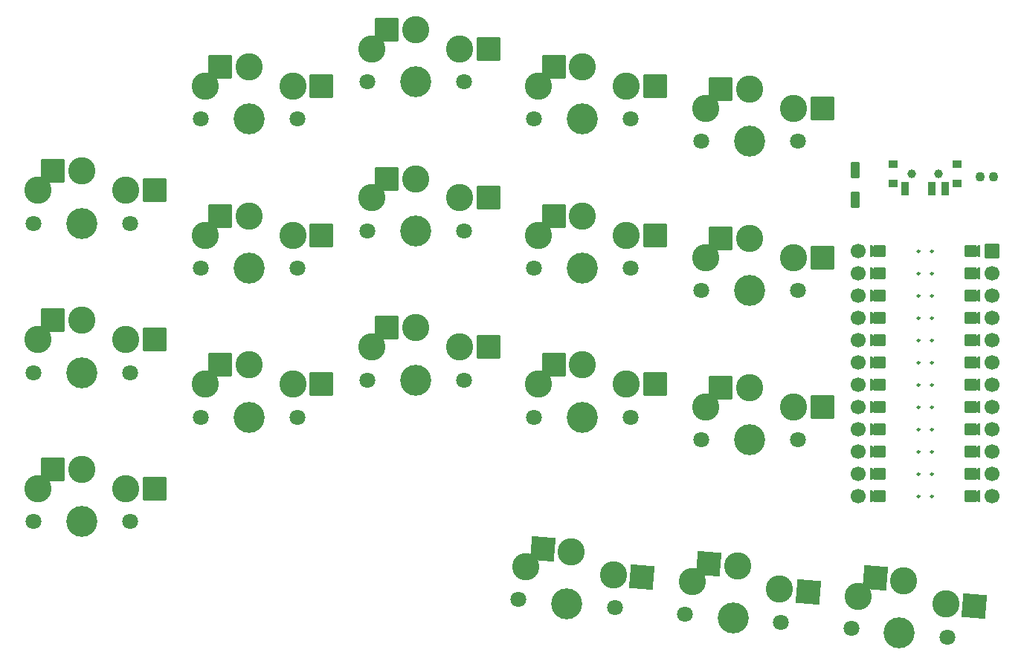
<source format=gbr>
%TF.GenerationSoftware,KiCad,Pcbnew,(6.0.7-1)-1*%
%TF.CreationDate,2022-08-21T13:44:40+10:00*%
%TF.ProjectId,buckyboard_v1,6275636b-7962-46f6-9172-645f76312e6b,v1.0.0*%
%TF.SameCoordinates,Original*%
%TF.FileFunction,Soldermask,Bot*%
%TF.FilePolarity,Negative*%
%FSLAX46Y46*%
G04 Gerber Fmt 4.6, Leading zero omitted, Abs format (unit mm)*
G04 Created by KiCad (PCBNEW (6.0.7-1)-1) date 2022-08-21 13:44:40*
%MOMM*%
%LPD*%
G01*
G04 APERTURE LIST*
G04 Aperture macros list*
%AMRoundRect*
0 Rectangle with rounded corners*
0 $1 Rounding radius*
0 $2 $3 $4 $5 $6 $7 $8 $9 X,Y pos of 4 corners*
0 Add a 4 corners polygon primitive as box body*
4,1,4,$2,$3,$4,$5,$6,$7,$8,$9,$2,$3,0*
0 Add four circle primitives for the rounded corners*
1,1,$1+$1,$2,$3*
1,1,$1+$1,$4,$5*
1,1,$1+$1,$6,$7*
1,1,$1+$1,$8,$9*
0 Add four rect primitives between the rounded corners*
20,1,$1+$1,$2,$3,$4,$5,0*
20,1,$1+$1,$4,$5,$6,$7,0*
20,1,$1+$1,$6,$7,$8,$9,0*
20,1,$1+$1,$8,$9,$2,$3,0*%
%AMFreePoly0*
4,1,14,0.635355,0.435355,0.650000,0.400000,0.650000,0.200000,0.635355,0.164645,0.035355,-0.435355,0.000000,-0.450000,-0.035355,-0.435355,-0.635355,0.164645,-0.650000,0.200000,-0.650000,0.400000,-0.635355,0.435355,-0.600000,0.450000,0.600000,0.450000,0.635355,0.435355,0.635355,0.435355,$1*%
%AMFreePoly1*
4,1,16,0.635355,1.035355,0.650000,1.000000,0.650000,-0.250000,0.635355,-0.285355,0.600000,-0.300000,-0.600000,-0.300000,-0.635355,-0.285355,-0.650000,-0.250000,-0.650000,1.000000,-0.635355,1.035355,-0.600000,1.050000,-0.564645,1.035355,0.000000,0.470710,0.564645,1.035355,0.600000,1.050000,0.635355,1.035355,0.635355,1.035355,$1*%
G04 Aperture macros list end*
%ADD10C,0.250000*%
%ADD11C,0.100000*%
%ADD12C,1.100000*%
%ADD13C,3.100000*%
%ADD14C,1.801800*%
%ADD15C,3.529000*%
%ADD16RoundRect,0.050000X-1.300000X-1.300000X1.300000X-1.300000X1.300000X1.300000X-1.300000X1.300000X0*%
%ADD17RoundRect,0.050000X-0.450000X-0.850000X0.450000X-0.850000X0.450000X0.850000X-0.450000X0.850000X0*%
%ADD18RoundRect,0.050000X-1.408356X-1.181751X1.181751X-1.408356X1.408356X1.181751X-1.181751X1.408356X0*%
%ADD19C,1.700000*%
%ADD20FreePoly0,270.000000*%
%ADD21RoundRect,0.050000X-0.800000X0.800000X-0.800000X-0.800000X0.800000X-0.800000X0.800000X0.800000X0*%
%ADD22FreePoly0,90.000000*%
%ADD23FreePoly1,90.000000*%
%ADD24FreePoly1,270.000000*%
%ADD25RoundRect,0.050000X-0.500000X-0.400000X0.500000X-0.400000X0.500000X0.400000X-0.500000X0.400000X0*%
%ADD26C,1.000000*%
%ADD27RoundRect,0.050000X-0.350000X-0.750000X0.350000X-0.750000X0.350000X0.750000X-0.350000X0.750000X0*%
G04 APERTURE END LIST*
D10*
%TO.C,MCU1*%
X96887000Y23200000D02*
G75*
G03*
X96887000Y23200000I-125000J0D01*
G01*
X96887000Y7960000D02*
G75*
G03*
X96887000Y7960000I-125000J0D01*
G01*
X96887000Y28280000D02*
G75*
G03*
X96887000Y28280000I-125000J0D01*
G01*
X95363000Y28280000D02*
G75*
G03*
X95363000Y28280000I-125000J0D01*
G01*
X95363000Y2880000D02*
G75*
G03*
X95363000Y2880000I-125000J0D01*
G01*
X95363000Y20660000D02*
G75*
G03*
X95363000Y20660000I-125000J0D01*
G01*
X95363000Y30820000D02*
G75*
G03*
X95363000Y30820000I-125000J0D01*
G01*
X95363000Y25740000D02*
G75*
G03*
X95363000Y25740000I-125000J0D01*
G01*
X96887000Y20660000D02*
G75*
G03*
X96887000Y20660000I-125000J0D01*
G01*
X96887000Y25740000D02*
G75*
G03*
X96887000Y25740000I-125000J0D01*
G01*
X96887000Y15580000D02*
G75*
G03*
X96887000Y15580000I-125000J0D01*
G01*
X95363000Y23200000D02*
G75*
G03*
X95363000Y23200000I-125000J0D01*
G01*
X95363000Y7960000D02*
G75*
G03*
X95363000Y7960000I-125000J0D01*
G01*
X95363000Y13040000D02*
G75*
G03*
X95363000Y13040000I-125000J0D01*
G01*
X96887000Y5420000D02*
G75*
G03*
X96887000Y5420000I-125000J0D01*
G01*
X95363000Y18120000D02*
G75*
G03*
X95363000Y18120000I-125000J0D01*
G01*
X96887000Y30820000D02*
G75*
G03*
X96887000Y30820000I-125000J0D01*
G01*
X96887000Y18120000D02*
G75*
G03*
X96887000Y18120000I-125000J0D01*
G01*
X95363000Y15580000D02*
G75*
G03*
X95363000Y15580000I-125000J0D01*
G01*
X96887000Y13040000D02*
G75*
G03*
X96887000Y13040000I-125000J0D01*
G01*
X96887000Y10500000D02*
G75*
G03*
X96887000Y10500000I-125000J0D01*
G01*
X95363000Y5420000D02*
G75*
G03*
X95363000Y5420000I-125000J0D01*
G01*
X95363000Y10500000D02*
G75*
G03*
X95363000Y10500000I-125000J0D01*
G01*
X96887000Y2880000D02*
G75*
G03*
X96887000Y2880000I-125000J0D01*
G01*
G36*
X102096000Y15072000D02*
G01*
X101080000Y15072000D01*
X101080000Y16088000D01*
X102096000Y16088000D01*
X102096000Y15072000D01*
G37*
D11*
X102096000Y15072000D02*
X101080000Y15072000D01*
X101080000Y16088000D01*
X102096000Y16088000D01*
X102096000Y15072000D01*
G36*
X90920000Y2372000D02*
G01*
X89904000Y2372000D01*
X89904000Y3388000D01*
X90920000Y3388000D01*
X90920000Y2372000D01*
G37*
X90920000Y2372000D02*
X89904000Y2372000D01*
X89904000Y3388000D01*
X90920000Y3388000D01*
X90920000Y2372000D01*
G36*
X90920000Y22692000D02*
G01*
X89904000Y22692000D01*
X89904000Y23708000D01*
X90920000Y23708000D01*
X90920000Y22692000D01*
G37*
X90920000Y22692000D02*
X89904000Y22692000D01*
X89904000Y23708000D01*
X90920000Y23708000D01*
X90920000Y22692000D01*
G36*
X102096000Y2372000D02*
G01*
X101080000Y2372000D01*
X101080000Y3388000D01*
X102096000Y3388000D01*
X102096000Y2372000D01*
G37*
X102096000Y2372000D02*
X101080000Y2372000D01*
X101080000Y3388000D01*
X102096000Y3388000D01*
X102096000Y2372000D01*
G36*
X90920000Y15072000D02*
G01*
X89904000Y15072000D01*
X89904000Y16088000D01*
X90920000Y16088000D01*
X90920000Y15072000D01*
G37*
X90920000Y15072000D02*
X89904000Y15072000D01*
X89904000Y16088000D01*
X90920000Y16088000D01*
X90920000Y15072000D01*
G36*
X102096000Y7452000D02*
G01*
X101080000Y7452000D01*
X101080000Y8468000D01*
X102096000Y8468000D01*
X102096000Y7452000D01*
G37*
X102096000Y7452000D02*
X101080000Y7452000D01*
X101080000Y8468000D01*
X102096000Y8468000D01*
X102096000Y7452000D01*
G36*
X102096000Y25232000D02*
G01*
X101080000Y25232000D01*
X101080000Y26248000D01*
X102096000Y26248000D01*
X102096000Y25232000D01*
G37*
X102096000Y25232000D02*
X101080000Y25232000D01*
X101080000Y26248000D01*
X102096000Y26248000D01*
X102096000Y25232000D01*
G36*
X90920000Y25232000D02*
G01*
X89904000Y25232000D01*
X89904000Y26248000D01*
X90920000Y26248000D01*
X90920000Y25232000D01*
G37*
X90920000Y25232000D02*
X89904000Y25232000D01*
X89904000Y26248000D01*
X90920000Y26248000D01*
X90920000Y25232000D01*
G36*
X102096000Y9992000D02*
G01*
X101080000Y9992000D01*
X101080000Y11008000D01*
X102096000Y11008000D01*
X102096000Y9992000D01*
G37*
X102096000Y9992000D02*
X101080000Y9992000D01*
X101080000Y11008000D01*
X102096000Y11008000D01*
X102096000Y9992000D01*
G36*
X102096000Y20152000D02*
G01*
X101080000Y20152000D01*
X101080000Y21168000D01*
X102096000Y21168000D01*
X102096000Y20152000D01*
G37*
X102096000Y20152000D02*
X101080000Y20152000D01*
X101080000Y21168000D01*
X102096000Y21168000D01*
X102096000Y20152000D01*
G36*
X90920000Y4912000D02*
G01*
X89904000Y4912000D01*
X89904000Y5928000D01*
X90920000Y5928000D01*
X90920000Y4912000D01*
G37*
X90920000Y4912000D02*
X89904000Y4912000D01*
X89904000Y5928000D01*
X90920000Y5928000D01*
X90920000Y4912000D01*
G36*
X90920000Y30312000D02*
G01*
X89904000Y30312000D01*
X89904000Y31328000D01*
X90920000Y31328000D01*
X90920000Y30312000D01*
G37*
X90920000Y30312000D02*
X89904000Y30312000D01*
X89904000Y31328000D01*
X90920000Y31328000D01*
X90920000Y30312000D01*
G36*
X90920000Y27772000D02*
G01*
X89904000Y27772000D01*
X89904000Y28788000D01*
X90920000Y28788000D01*
X90920000Y27772000D01*
G37*
X90920000Y27772000D02*
X89904000Y27772000D01*
X89904000Y28788000D01*
X90920000Y28788000D01*
X90920000Y27772000D01*
G36*
X90920000Y7452000D02*
G01*
X89904000Y7452000D01*
X89904000Y8468000D01*
X90920000Y8468000D01*
X90920000Y7452000D01*
G37*
X90920000Y7452000D02*
X89904000Y7452000D01*
X89904000Y8468000D01*
X90920000Y8468000D01*
X90920000Y7452000D01*
G36*
X90920000Y9992000D02*
G01*
X89904000Y9992000D01*
X89904000Y11008000D01*
X90920000Y11008000D01*
X90920000Y9992000D01*
G37*
X90920000Y9992000D02*
X89904000Y9992000D01*
X89904000Y11008000D01*
X90920000Y11008000D01*
X90920000Y9992000D01*
G36*
X90920000Y20152000D02*
G01*
X89904000Y20152000D01*
X89904000Y21168000D01*
X90920000Y21168000D01*
X90920000Y20152000D01*
G37*
X90920000Y20152000D02*
X89904000Y20152000D01*
X89904000Y21168000D01*
X90920000Y21168000D01*
X90920000Y20152000D01*
G36*
X102096000Y4912000D02*
G01*
X101080000Y4912000D01*
X101080000Y5928000D01*
X102096000Y5928000D01*
X102096000Y4912000D01*
G37*
X102096000Y4912000D02*
X101080000Y4912000D01*
X101080000Y5928000D01*
X102096000Y5928000D01*
X102096000Y4912000D01*
G36*
X102096000Y27772000D02*
G01*
X101080000Y27772000D01*
X101080000Y28788000D01*
X102096000Y28788000D01*
X102096000Y27772000D01*
G37*
X102096000Y27772000D02*
X101080000Y27772000D01*
X101080000Y28788000D01*
X102096000Y28788000D01*
X102096000Y27772000D01*
G36*
X90920000Y17612000D02*
G01*
X89904000Y17612000D01*
X89904000Y18628000D01*
X90920000Y18628000D01*
X90920000Y17612000D01*
G37*
X90920000Y17612000D02*
X89904000Y17612000D01*
X89904000Y18628000D01*
X90920000Y18628000D01*
X90920000Y17612000D01*
G36*
X102096000Y17612000D02*
G01*
X101080000Y17612000D01*
X101080000Y18628000D01*
X102096000Y18628000D01*
X102096000Y17612000D01*
G37*
X102096000Y17612000D02*
X101080000Y17612000D01*
X101080000Y18628000D01*
X102096000Y18628000D01*
X102096000Y17612000D01*
G36*
X102096000Y22692000D02*
G01*
X101080000Y22692000D01*
X101080000Y23708000D01*
X102096000Y23708000D01*
X102096000Y22692000D01*
G37*
X102096000Y22692000D02*
X101080000Y22692000D01*
X101080000Y23708000D01*
X102096000Y23708000D01*
X102096000Y22692000D01*
G36*
X90920000Y12532000D02*
G01*
X89904000Y12532000D01*
X89904000Y13548000D01*
X90920000Y13548000D01*
X90920000Y12532000D01*
G37*
X90920000Y12532000D02*
X89904000Y12532000D01*
X89904000Y13548000D01*
X90920000Y13548000D01*
X90920000Y12532000D01*
G36*
X102096000Y30312000D02*
G01*
X101080000Y30312000D01*
X101080000Y31328000D01*
X102096000Y31328000D01*
X102096000Y30312000D01*
G37*
X102096000Y30312000D02*
X101080000Y30312000D01*
X101080000Y31328000D01*
X102096000Y31328000D01*
X102096000Y30312000D01*
G36*
X102096000Y12532000D02*
G01*
X101080000Y12532000D01*
X101080000Y13548000D01*
X102096000Y13548000D01*
X102096000Y12532000D01*
G37*
X102096000Y12532000D02*
X101080000Y12532000D01*
X101080000Y13548000D01*
X102096000Y13548000D01*
X102096000Y12532000D01*
%TD*%
D12*
%TO.C,*%
X103750000Y39350000D03*
X102250000Y39350000D03*
%TD*%
D13*
%TO.C,S1*%
X5000000Y3750000D03*
D14*
X-5500000Y0D03*
D13*
X0Y5950000D03*
D14*
X5500000Y0D03*
D13*
X0Y5950000D03*
X-5000000Y3750000D03*
D15*
X0Y0D03*
D16*
X-3275000Y5950000D03*
X8275000Y3750000D03*
%TD*%
D13*
%TO.C,S2*%
X0Y22950000D03*
D14*
X5500000Y17000000D03*
D13*
X-5000000Y20750000D03*
X0Y22950000D03*
D14*
X-5500000Y17000000D03*
D15*
X0Y17000000D03*
D13*
X5000000Y20750000D03*
D16*
X-3275000Y22950000D03*
X8275000Y20750000D03*
%TD*%
D13*
%TO.C,S15*%
X76000000Y49300000D03*
D15*
X76000000Y43350000D03*
D14*
X70500000Y43350000D03*
D13*
X71000000Y47100000D03*
X76000000Y49300000D03*
X81000000Y47100000D03*
D14*
X81500000Y43350000D03*
D16*
X72725000Y49300000D03*
X84275000Y47100000D03*
%TD*%
D13*
%TO.C,S5*%
X14000000Y32650000D03*
X19000000Y34850000D03*
D14*
X24500000Y28900000D03*
D13*
X24000000Y32650000D03*
D15*
X19000000Y28900000D03*
D14*
X13500000Y28900000D03*
D13*
X19000000Y34850000D03*
D16*
X15725000Y34850000D03*
X27275000Y32650000D03*
%TD*%
D13*
%TO.C,S12*%
X52000000Y49650000D03*
X57000000Y51850000D03*
X62000000Y49650000D03*
D14*
X51500000Y45900000D03*
X62500000Y45900000D03*
D13*
X57000000Y51850000D03*
D15*
X57000000Y45900000D03*
D16*
X53725000Y51850000D03*
X65275000Y49650000D03*
%TD*%
D14*
%TO.C,S14*%
X81500000Y26350000D03*
D13*
X71000000Y30100000D03*
X76000000Y32300000D03*
X81000000Y30100000D03*
D15*
X76000000Y26350000D03*
D13*
X76000000Y32300000D03*
D14*
X70500000Y26350000D03*
D16*
X72725000Y32300000D03*
X84275000Y30100000D03*
%TD*%
D13*
%TO.C,S11*%
X57000000Y34850000D03*
X52000000Y32650000D03*
D14*
X51500000Y28900000D03*
D13*
X62000000Y32650000D03*
D14*
X62500000Y28900000D03*
D13*
X57000000Y34850000D03*
D15*
X57000000Y28900000D03*
D16*
X53725000Y34850000D03*
X65275000Y32650000D03*
%TD*%
D13*
%TO.C,S6*%
X19000000Y51850000D03*
D14*
X24500000Y45900000D03*
D13*
X19000000Y51850000D03*
X14000000Y49650000D03*
D15*
X19000000Y45900000D03*
D14*
X13500000Y45900000D03*
D13*
X24000000Y49650000D03*
D16*
X15725000Y51850000D03*
X27275000Y49650000D03*
%TD*%
D17*
%TO.C,*%
X88000000Y40050000D03*
X88000000Y36650000D03*
%TD*%
D13*
%TO.C,S7*%
X33000000Y19900000D03*
X43000000Y19900000D03*
D15*
X38000000Y16150000D03*
D13*
X38000000Y22100000D03*
D14*
X32500000Y16150000D03*
D13*
X38000000Y22100000D03*
D14*
X43500000Y16150000D03*
D16*
X34725000Y22100000D03*
X46275000Y19900000D03*
%TD*%
D13*
%TO.C,S17*%
X74646276Y-5078601D03*
D14*
X79606770Y-11485316D03*
D13*
X79435507Y-7706008D03*
D15*
X74127699Y-11005959D03*
D13*
X74646276Y-5078601D03*
D14*
X68648628Y-10526602D03*
D13*
X69473560Y-6834450D03*
D18*
X71383738Y-4793165D03*
X82698044Y-7991443D03*
%TD*%
D13*
%TO.C,S18*%
X88401260Y-8490409D03*
X98363207Y-9361967D03*
X93573976Y-6734560D03*
D14*
X87576328Y-12182561D03*
D13*
X93573976Y-6734560D03*
D14*
X98534470Y-13141275D03*
D15*
X93055399Y-12661918D03*
D18*
X90311438Y-6449124D03*
X101625744Y-9647402D03*
%TD*%
D19*
%TO.C,MCU1*%
X103620000Y13040000D03*
X88380000Y18120000D03*
X103620000Y18120000D03*
D20*
X101842000Y25740000D03*
D19*
X103620000Y28280000D03*
D20*
X101842000Y2880000D03*
D19*
X103620000Y2880000D03*
X103620000Y5420000D03*
X88380000Y13040000D03*
D20*
X101842000Y5420000D03*
D19*
X88380000Y10500000D03*
D21*
X103620000Y30820000D03*
D19*
X103620000Y15580000D03*
X103620000Y25740000D03*
X103620000Y7960000D03*
X88380000Y30820000D03*
D22*
X90158000Y23200000D03*
D19*
X88380000Y5420000D03*
D22*
X90158000Y15580000D03*
D19*
X88380000Y25740000D03*
D20*
X101842000Y28280000D03*
D19*
X103620000Y20660000D03*
X88380000Y7960000D03*
D22*
X90158000Y2880000D03*
X90158000Y10500000D03*
D19*
X88380000Y2880000D03*
D20*
X101842000Y15580000D03*
D19*
X103620000Y30820000D03*
X88380000Y20660000D03*
D22*
X90158000Y13040000D03*
X90158000Y5420000D03*
D20*
X101842000Y30820000D03*
D19*
X103620000Y23200000D03*
X88380000Y23200000D03*
D20*
X101842000Y18120000D03*
D22*
X90158000Y25740000D03*
D19*
X88380000Y28280000D03*
D22*
X90158000Y20660000D03*
X90158000Y30820000D03*
X90158000Y28280000D03*
D20*
X101842000Y20660000D03*
D22*
X90158000Y18120000D03*
D20*
X101842000Y7960000D03*
X101842000Y10500000D03*
D22*
X90158000Y7960000D03*
D19*
X88380000Y15580000D03*
D20*
X101842000Y13040000D03*
X101842000Y23200000D03*
D19*
X103620000Y10500000D03*
D23*
X91174000Y30820000D03*
X91174000Y28280000D03*
X91174000Y25740000D03*
X91174000Y23200000D03*
X91174000Y20660000D03*
X91174000Y18120000D03*
X91174000Y15580000D03*
X91174000Y13040000D03*
X91174000Y10500000D03*
X91174000Y7960000D03*
X91174000Y5420000D03*
X91174000Y2880000D03*
D24*
X100826000Y2880000D03*
X100826000Y5420000D03*
X100826000Y7960000D03*
X100826000Y10500000D03*
X100826000Y13040000D03*
X100826000Y15580000D03*
X100826000Y18120000D03*
X100826000Y20660000D03*
X100826000Y23200000D03*
X100826000Y25740000D03*
X100826000Y28280000D03*
X100826000Y30820000D03*
%TD*%
D25*
%TO.C,*%
X92350000Y38570000D03*
D26*
X94500000Y39680000D03*
D25*
X99650000Y38570000D03*
D26*
X97500000Y39680000D03*
X94500000Y39680000D03*
D25*
X99650000Y40780000D03*
D26*
X97500000Y39680000D03*
D25*
X92350000Y40780000D03*
D27*
X93750000Y37920000D03*
X96750000Y37920000D03*
X98250000Y37920000D03*
%TD*%
D13*
%TO.C,S4*%
X19000000Y17850000D03*
D15*
X19000000Y11900000D03*
D13*
X24000000Y15650000D03*
D14*
X13500000Y11900000D03*
D13*
X14000000Y15650000D03*
D14*
X24500000Y11900000D03*
D13*
X19000000Y17850000D03*
D16*
X15725000Y17850000D03*
X27275000Y15650000D03*
%TD*%
D13*
%TO.C,S3*%
X0Y39950000D03*
D14*
X5500000Y34000000D03*
D13*
X-5000000Y37750000D03*
D14*
X-5500000Y34000000D03*
D13*
X0Y39950000D03*
D15*
X0Y34000000D03*
D13*
X5000000Y37750000D03*
D16*
X-3275000Y39950000D03*
X8275000Y37750000D03*
%TD*%
D13*
%TO.C,S8*%
X38000000Y39100000D03*
X33000000Y36900000D03*
D14*
X43500000Y33150000D03*
X32500000Y33150000D03*
D13*
X38000000Y39100000D03*
X43000000Y36900000D03*
D15*
X38000000Y33150000D03*
D16*
X34725000Y39100000D03*
X46275000Y36900000D03*
%TD*%
D14*
%TO.C,S13*%
X81500000Y9350000D03*
X70500000Y9350000D03*
D13*
X81000000Y13100000D03*
X76000000Y15300000D03*
D15*
X76000000Y9350000D03*
D13*
X71000000Y13100000D03*
X76000000Y15300000D03*
D16*
X72725000Y15300000D03*
X84275000Y13100000D03*
%TD*%
D14*
%TO.C,S9*%
X32500000Y50150000D03*
X43500000Y50150000D03*
D13*
X38000000Y56100000D03*
X33000000Y53900000D03*
D15*
X38000000Y50150000D03*
D13*
X38000000Y56100000D03*
X43000000Y53900000D03*
D16*
X34725000Y56100000D03*
X46275000Y53900000D03*
%TD*%
D13*
%TO.C,S10*%
X62000000Y15650000D03*
X57000000Y17850000D03*
D14*
X62500000Y11900000D03*
D13*
X52000000Y15650000D03*
X57000000Y17850000D03*
D15*
X57000000Y11900000D03*
D14*
X51500000Y11900000D03*
D16*
X53725000Y17850000D03*
X65275000Y15650000D03*
%TD*%
D13*
%TO.C,S16*%
X60507808Y-6050049D03*
X50545861Y-5178491D03*
X55718577Y-3422642D03*
D14*
X60679071Y-9829357D03*
D13*
X55718577Y-3422642D03*
D15*
X55200000Y-9350000D03*
D14*
X49720929Y-8870643D03*
D18*
X52456039Y-3137206D03*
X63770345Y-6335484D03*
%TD*%
M02*

</source>
